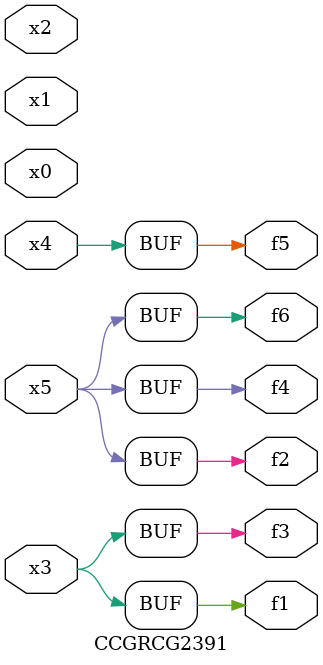
<source format=v>
module CCGRCG2391(
	input x0, x1, x2, x3, x4, x5,
	output f1, f2, f3, f4, f5, f6
);
	assign f1 = x3;
	assign f2 = x5;
	assign f3 = x3;
	assign f4 = x5;
	assign f5 = x4;
	assign f6 = x5;
endmodule

</source>
